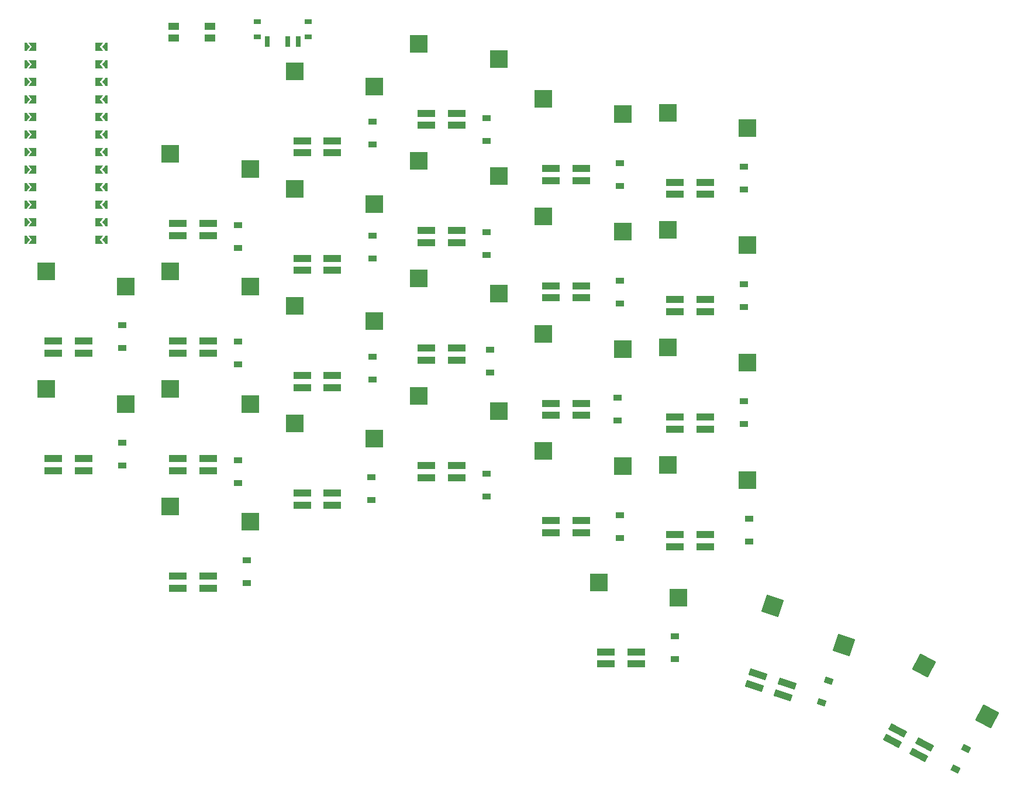
<source format=gbr>
%TF.GenerationSoftware,KiCad,Pcbnew,9.0.6*%
%TF.CreationDate,2025-11-21T16:08:54+01:00*%
%TF.ProjectId,main_pcb,6d61696e-5f70-4636-922e-6b696361645f,v1.0.0*%
%TF.SameCoordinates,Original*%
%TF.FileFunction,Paste,Bot*%
%TF.FilePolarity,Positive*%
%FSLAX46Y46*%
G04 Gerber Fmt 4.6, Leading zero omitted, Abs format (unit mm)*
G04 Created by KiCad (PCBNEW 9.0.6) date 2025-11-21 16:08:54*
%MOMM*%
%LPD*%
G01*
G04 APERTURE LIST*
G04 Aperture macros list*
%AMRotRect*
0 Rectangle, with rotation*
0 The origin of the aperture is its center*
0 $1 length*
0 $2 width*
0 $3 Rotation angle, in degrees counterclockwise*
0 Add horizontal line*
21,1,$1,$2,0,0,$3*%
%AMFreePoly0*
4,1,6,0.250000,0.000000,-0.250000,-0.625000,-0.500000,-0.625000,-0.500000,0.625000,-0.250000,0.625000,0.250000,0.000000,0.250000,0.000000,$1*%
%AMFreePoly1*
4,1,6,0.500000,-0.625000,-0.650000,-0.625000,-0.150000,0.000000,-0.650000,0.625000,0.500000,0.625000,0.500000,-0.625000,0.500000,-0.625000,$1*%
G04 Aperture macros list end*
%ADD10FreePoly0,180.000000*%
%ADD11FreePoly0,0.000000*%
%ADD12FreePoly1,0.000000*%
%ADD13FreePoly1,180.000000*%
%ADD14R,2.600000X2.600000*%
%ADD15RotRect,2.600000X1.000000X342.000000*%
%ADD16R,1.200000X0.900000*%
%ADD17R,1.000000X0.800000*%
%ADD18R,0.700000X1.500000*%
%ADD19R,2.600000X1.000000*%
%ADD20RotRect,0.900000X1.200000X62.000000*%
%ADD21RotRect,0.900000X1.200000X72.000000*%
%ADD22RotRect,2.600000X2.600000X342.000000*%
%ADD23RotRect,2.600000X2.600000X332.000000*%
%ADD24R,1.550000X1.000000*%
%ADD25RotRect,2.600000X1.000000X332.000000*%
G04 APERTURE END LIST*
D10*
%TO.C,MCU1*%
X87100000Y-77500000D03*
X87100000Y-80040000D03*
X87100000Y-82580000D03*
X87100000Y-85120000D03*
X87100000Y-87660000D03*
X87100000Y-90200000D03*
X87100000Y-92740000D03*
X87100000Y-95280000D03*
X87100000Y-97820000D03*
X87100000Y-100360000D03*
X87100000Y-102900000D03*
X87100000Y-105440000D03*
D11*
X76100000Y-105440000D03*
X76100000Y-102900000D03*
X76100000Y-100360000D03*
X76100000Y-97820000D03*
X76100000Y-95280000D03*
X76100000Y-92740000D03*
X76100000Y-90200000D03*
X76100000Y-87660000D03*
X76100000Y-85120000D03*
X76100000Y-82580000D03*
X76100000Y-80040000D03*
X76100000Y-77500000D03*
D12*
X76825000Y-77500000D03*
X76825000Y-80040000D03*
X76825000Y-82580000D03*
X76825000Y-85120000D03*
X76825000Y-87660000D03*
X76825000Y-90200000D03*
X76825000Y-92740000D03*
X76825000Y-95280000D03*
X76825000Y-97820000D03*
X76825000Y-100360000D03*
X76825000Y-102900000D03*
X76825000Y-105440000D03*
D13*
X86375000Y-105440000D03*
X86375000Y-102900000D03*
X86375000Y-100360000D03*
X86375000Y-97820000D03*
X86375000Y-95280000D03*
X86375000Y-92740000D03*
X86375000Y-90200000D03*
X86375000Y-87660000D03*
X86375000Y-85120000D03*
X86375000Y-82580000D03*
X86375000Y-80040000D03*
X86375000Y-77500000D03*
%TD*%
D14*
%TO.C,S11*%
X132725000Y-94050000D03*
X144275000Y-96250000D03*
%TD*%
D15*
%TO.C,LED24*%
X181286032Y-170056315D03*
X181826812Y-168391966D03*
X186011460Y-169751641D03*
X185470680Y-171415990D03*
%TD*%
D14*
%TO.C,S1*%
X96725000Y-144050000D03*
X108275000Y-146250000D03*
%TD*%
%TO.C,S8*%
X114725000Y-81050000D03*
X126275000Y-83250000D03*
%TD*%
D16*
%TO.C,D3*%
X106500000Y-123500000D03*
X106500000Y-120200000D03*
%TD*%
D14*
%TO.C,S21*%
X78725000Y-127050000D03*
X90275000Y-129250000D03*
%TD*%
%TO.C,S23*%
X158725000Y-155050000D03*
X170275000Y-157250000D03*
%TD*%
D17*
%TO.C,SW1*%
X109350000Y-76085000D03*
X116650000Y-76085000D03*
X109350000Y-73875000D03*
X116650000Y-73875000D03*
D18*
X115250000Y-76735000D03*
X113750000Y-76735000D03*
X110750000Y-76735000D03*
%TD*%
D16*
%TO.C,D10*%
X143000000Y-124650000D03*
X143000000Y-121350000D03*
%TD*%
D14*
%TO.C,S15*%
X150725000Y-102050000D03*
X162275000Y-104250000D03*
%TD*%
D19*
%TO.C,LED14*%
X151800000Y-130875000D03*
X151800000Y-129125000D03*
X156200000Y-129125000D03*
X156200000Y-130875000D03*
%TD*%
D16*
%TO.C,D8*%
X126000000Y-91650000D03*
X126000000Y-88350000D03*
%TD*%
D14*
%TO.C,S9*%
X132725000Y-128050000D03*
X144275000Y-130250000D03*
%TD*%
D19*
%TO.C,LED22*%
X79800000Y-121875000D03*
X79800000Y-120125000D03*
X84200000Y-120125000D03*
X84200000Y-121875000D03*
%TD*%
D20*
%TO.C,D25*%
X210398233Y-182064637D03*
X211947489Y-179150909D03*
%TD*%
D14*
%TO.C,S13*%
X150725000Y-136050000D03*
X162275000Y-138250000D03*
%TD*%
D16*
%TO.C,D23*%
X169800000Y-166150000D03*
X169800000Y-162850000D03*
%TD*%
%TO.C,D5*%
X125800000Y-143150000D03*
X125800000Y-139850000D03*
%TD*%
%TO.C,D1*%
X107800000Y-155150000D03*
X107800000Y-151850000D03*
%TD*%
%TO.C,D4*%
X106500000Y-106650000D03*
X106500000Y-103350000D03*
%TD*%
D19*
%TO.C,LED21*%
X79800000Y-138875000D03*
X79800000Y-137125000D03*
X84200000Y-137125000D03*
X84200000Y-138875000D03*
%TD*%
D14*
%TO.C,S17*%
X168725000Y-138050000D03*
X180275000Y-140250000D03*
%TD*%
D19*
%TO.C,LED12*%
X133800000Y-88875000D03*
X133800000Y-87125000D03*
X138200000Y-87125000D03*
X138200000Y-88875000D03*
%TD*%
%TO.C,LED2*%
X97800000Y-138875000D03*
X97800000Y-137125000D03*
X102200000Y-137125000D03*
X102200000Y-138875000D03*
%TD*%
D16*
%TO.C,D6*%
X126000000Y-125650000D03*
X126000000Y-122350000D03*
%TD*%
D19*
%TO.C,LED23*%
X159800000Y-166875000D03*
X159800000Y-165125000D03*
X164200000Y-165125000D03*
X164200000Y-166875000D03*
%TD*%
D16*
%TO.C,D9*%
X142500000Y-142650000D03*
X142500000Y-139350000D03*
%TD*%
D14*
%TO.C,S2*%
X96725000Y-127050000D03*
X108275000Y-129250000D03*
%TD*%
D16*
%TO.C,D13*%
X161800000Y-148650000D03*
X161800000Y-145350000D03*
%TD*%
D14*
%TO.C,S12*%
X132725000Y-77050000D03*
X144275000Y-79250000D03*
%TD*%
%TO.C,S14*%
X150725000Y-119050000D03*
X162275000Y-121250000D03*
%TD*%
%TO.C,S4*%
X96725000Y-93050000D03*
X108275000Y-95250000D03*
%TD*%
D19*
%TO.C,LED20*%
X169800000Y-98875000D03*
X169800000Y-97125000D03*
X174200000Y-97125000D03*
X174200000Y-98875000D03*
%TD*%
D16*
%TO.C,D17*%
X180500000Y-149150000D03*
X180500000Y-145850000D03*
%TD*%
D14*
%TO.C,S18*%
X168725000Y-121050000D03*
X180275000Y-123250000D03*
%TD*%
D19*
%TO.C,LED7*%
X115800000Y-109875000D03*
X115800000Y-108125000D03*
X120200000Y-108125000D03*
X120200000Y-109875000D03*
%TD*%
D14*
%TO.C,S3*%
X96725000Y-110050000D03*
X108275000Y-112250000D03*
%TD*%
D16*
%TO.C,D21*%
X89800000Y-138150000D03*
X89800000Y-134850000D03*
%TD*%
D19*
%TO.C,LED11*%
X133800000Y-105875000D03*
X133800000Y-104125000D03*
X138200000Y-104125000D03*
X138200000Y-105875000D03*
%TD*%
%TO.C,LED1*%
X97800000Y-155875000D03*
X97800000Y-154125000D03*
X102200000Y-154125000D03*
X102200000Y-155875000D03*
%TD*%
D16*
%TO.C,D18*%
X179800000Y-132150000D03*
X179800000Y-128850000D03*
%TD*%
D21*
%TO.C,D24*%
X191020634Y-172456969D03*
X192040390Y-169318483D03*
%TD*%
D19*
%TO.C,LED13*%
X151800000Y-147875000D03*
X151800000Y-146125000D03*
X156200000Y-146125000D03*
X156200000Y-147875000D03*
%TD*%
D14*
%TO.C,S16*%
X150725000Y-85050000D03*
X162275000Y-87250000D03*
%TD*%
D22*
%TO.C,S24*%
X183917772Y-158477878D03*
X194222637Y-164139349D03*
%TD*%
D16*
%TO.C,D19*%
X179800000Y-115150000D03*
X179800000Y-111850000D03*
%TD*%
D23*
%TO.C,S25*%
X205830722Y-167064520D03*
X214995930Y-174429402D03*
%TD*%
D19*
%TO.C,LED3*%
X97800000Y-121875000D03*
X97800000Y-120125000D03*
X102200000Y-120125000D03*
X102200000Y-121875000D03*
%TD*%
D16*
%TO.C,D14*%
X161500000Y-131650000D03*
X161500000Y-128350000D03*
%TD*%
D19*
%TO.C,LED10*%
X133800000Y-122875000D03*
X133800000Y-121125000D03*
X138200000Y-121125000D03*
X138200000Y-122875000D03*
%TD*%
D24*
%TO.C,B1*%
X97250000Y-74525000D03*
X102500000Y-74525000D03*
X97250000Y-76225000D03*
X102500000Y-76225000D03*
%TD*%
D19*
%TO.C,LED19*%
X169800000Y-115875000D03*
X169800000Y-114125000D03*
X174200000Y-114125000D03*
X174200000Y-115875000D03*
%TD*%
%TO.C,LED8*%
X115800000Y-92875000D03*
X115800000Y-91125000D03*
X120200000Y-91125000D03*
X120200000Y-92875000D03*
%TD*%
D14*
%TO.C,S22*%
X78725000Y-110050000D03*
X90275000Y-112250000D03*
%TD*%
D16*
%TO.C,D20*%
X179800000Y-98150000D03*
X179800000Y-94850000D03*
%TD*%
D14*
%TO.C,S7*%
X114725000Y-98050000D03*
X126275000Y-100250000D03*
%TD*%
%TO.C,S5*%
X114725000Y-132050000D03*
X126275000Y-134250000D03*
%TD*%
%TO.C,S10*%
X132725000Y-111050000D03*
X144275000Y-113250000D03*
%TD*%
D25*
%TO.C,LED25*%
X201228390Y-178010058D03*
X202049965Y-176464899D03*
X205934934Y-178530574D03*
X205113359Y-180075733D03*
%TD*%
D19*
%TO.C,LED6*%
X115800000Y-126875000D03*
X115800000Y-125125000D03*
X120200000Y-125125000D03*
X120200000Y-126875000D03*
%TD*%
D14*
%TO.C,S19*%
X168725000Y-104050000D03*
X180275000Y-106250000D03*
%TD*%
D19*
%TO.C,LED4*%
X97800000Y-104875000D03*
X97800000Y-103125000D03*
X102200000Y-103125000D03*
X102200000Y-104875000D03*
%TD*%
%TO.C,LED17*%
X169800000Y-149875000D03*
X169800000Y-148125000D03*
X174200000Y-148125000D03*
X174200000Y-149875000D03*
%TD*%
D16*
%TO.C,D7*%
X126000000Y-108150000D03*
X126000000Y-104850000D03*
%TD*%
%TO.C,D16*%
X161800000Y-97650000D03*
X161800000Y-94350000D03*
%TD*%
D19*
%TO.C,LED16*%
X151800000Y-96875000D03*
X151800000Y-95125000D03*
X156200000Y-95125000D03*
X156200000Y-96875000D03*
%TD*%
%TO.C,LED5*%
X115800000Y-143875000D03*
X115800000Y-142125000D03*
X120200000Y-142125000D03*
X120200000Y-143875000D03*
%TD*%
%TO.C,LED15*%
X151800000Y-113875000D03*
X151800000Y-112125000D03*
X156200000Y-112125000D03*
X156200000Y-113875000D03*
%TD*%
D16*
%TO.C,D11*%
X142500000Y-107650000D03*
X142500000Y-104350000D03*
%TD*%
D14*
%TO.C,S20*%
X168725000Y-87050000D03*
X180275000Y-89250000D03*
%TD*%
D16*
%TO.C,D15*%
X161800000Y-114650000D03*
X161800000Y-111350000D03*
%TD*%
D19*
%TO.C,LED9*%
X133800000Y-139875000D03*
X133800000Y-138125000D03*
X138200000Y-138125000D03*
X138200000Y-139875000D03*
%TD*%
%TO.C,LED18*%
X169800000Y-132875000D03*
X169800000Y-131125000D03*
X174200000Y-131125000D03*
X174200000Y-132875000D03*
%TD*%
D16*
%TO.C,D12*%
X142500000Y-91150000D03*
X142500000Y-87850000D03*
%TD*%
%TO.C,D22*%
X89800000Y-121150000D03*
X89800000Y-117850000D03*
%TD*%
D14*
%TO.C,S6*%
X114725000Y-115050000D03*
X126275000Y-117250000D03*
%TD*%
D16*
%TO.C,D2*%
X106500000Y-140650000D03*
X106500000Y-137350000D03*
%TD*%
M02*

</source>
